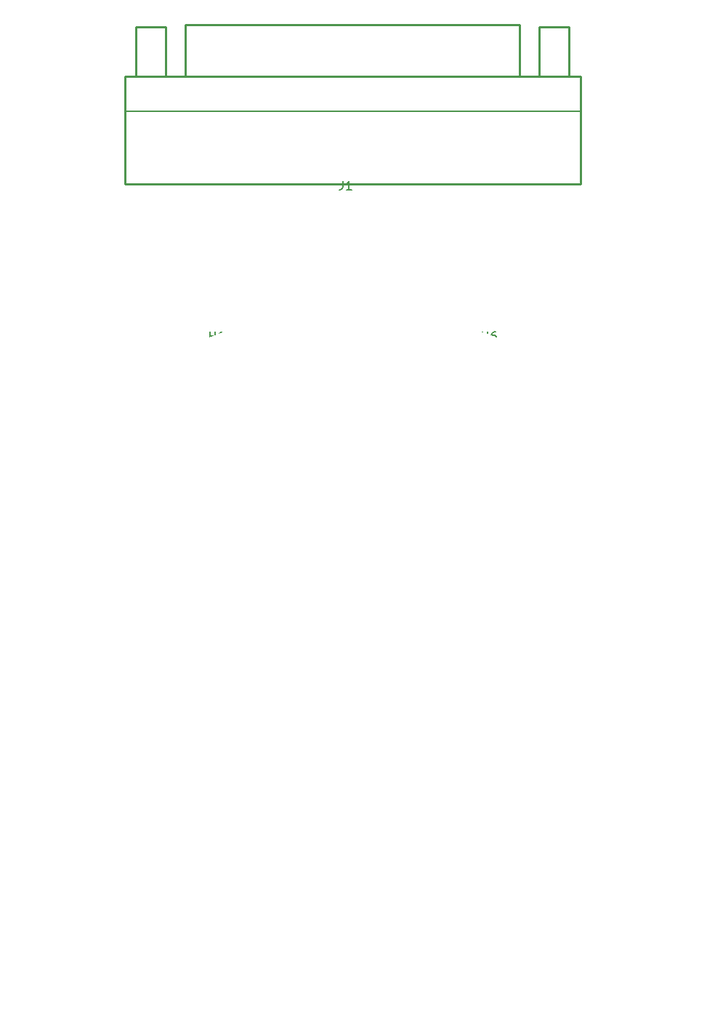
<source format=gbr>
%TF.GenerationSoftware,KiCad,Pcbnew,7.0.2*%
%TF.CreationDate,2023-11-03T12:42:45-06:00*%
%TF.ProjectId,KF50_DB25_PinHeader,4b463530-5f44-4423-9235-5f50696e4865,rev?*%
%TF.SameCoordinates,Original*%
%TF.FileFunction,Legend,Top*%
%TF.FilePolarity,Positive*%
%FSLAX46Y46*%
G04 Gerber Fmt 4.6, Leading zero omitted, Abs format (unit mm)*
G04 Created by KiCad (PCBNEW 7.0.2) date 2023-11-03 12:42:45*
%MOMM*%
%LPD*%
G01*
G04 APERTURE LIST*
%ADD10C,0.200000*%
%ADD11C,0.150000*%
%ADD12C,0.254000*%
%ADD13C,22.000000*%
%ADD14C,10.000000*%
%ADD15O,1.700000X1.700000*%
%ADD16R,1.700000X1.700000*%
%ADD17C,5.000000*%
%ADD18C,1.800000*%
%ADD19R,1.800000X1.800000*%
G04 APERTURE END LIST*
D10*
X-26500000Y70520000D02*
X26500000Y70520000D01*
D11*
%TO.C,H8*%
X37579096Y21418742D02*
X37579096Y22418742D01*
X37579096Y21942552D02*
X38150524Y21942552D01*
X38150524Y21418742D02*
X38150524Y22418742D01*
X38769572Y21990171D02*
X38674334Y22037790D01*
X38674334Y22037790D02*
X38626715Y22085409D01*
X38626715Y22085409D02*
X38579096Y22180647D01*
X38579096Y22180647D02*
X38579096Y22228266D01*
X38579096Y22228266D02*
X38626715Y22323504D01*
X38626715Y22323504D02*
X38674334Y22371123D01*
X38674334Y22371123D02*
X38769572Y22418742D01*
X38769572Y22418742D02*
X38960048Y22418742D01*
X38960048Y22418742D02*
X39055286Y22371123D01*
X39055286Y22371123D02*
X39102905Y22323504D01*
X39102905Y22323504D02*
X39150524Y22228266D01*
X39150524Y22228266D02*
X39150524Y22180647D01*
X39150524Y22180647D02*
X39102905Y22085409D01*
X39102905Y22085409D02*
X39055286Y22037790D01*
X39055286Y22037790D02*
X38960048Y21990171D01*
X38960048Y21990171D02*
X38769572Y21990171D01*
X38769572Y21990171D02*
X38674334Y21942552D01*
X38674334Y21942552D02*
X38626715Y21894933D01*
X38626715Y21894933D02*
X38579096Y21799695D01*
X38579096Y21799695D02*
X38579096Y21609219D01*
X38579096Y21609219D02*
X38626715Y21513981D01*
X38626715Y21513981D02*
X38674334Y21466362D01*
X38674334Y21466362D02*
X38769572Y21418742D01*
X38769572Y21418742D02*
X38960048Y21418742D01*
X38960048Y21418742D02*
X39055286Y21466362D01*
X39055286Y21466362D02*
X39102905Y21513981D01*
X39102905Y21513981D02*
X39150524Y21609219D01*
X39150524Y21609219D02*
X39150524Y21799695D01*
X39150524Y21799695D02*
X39102905Y21894933D01*
X39102905Y21894933D02*
X39055286Y21942552D01*
X39055286Y21942552D02*
X38960048Y21990171D01*
%TO.C,H7*%
X37579096Y-10343981D02*
X37579096Y-9343981D01*
X37579096Y-9820171D02*
X38150524Y-9820171D01*
X38150524Y-10343981D02*
X38150524Y-9343981D01*
X38531477Y-9343981D02*
X39198143Y-9343981D01*
X39198143Y-9343981D02*
X38769572Y-10343981D01*
%TO.C,J1*%
X-1190476Y62410380D02*
X-1190476Y61696095D01*
X-1190476Y61696095D02*
X-1238095Y61553238D01*
X-1238095Y61553238D02*
X-1333333Y61458000D01*
X-1333333Y61458000D02*
X-1476190Y61410380D01*
X-1476190Y61410380D02*
X-1571428Y61410380D01*
X-190476Y61410380D02*
X-761904Y61410380D01*
X-476190Y61410380D02*
X-476190Y62410380D01*
X-476190Y62410380D02*
X-571428Y62267523D01*
X-571428Y62267523D02*
X-666666Y62172285D01*
X-666666Y62172285D02*
X-761904Y62124666D01*
%TO.C,H6*%
X15119457Y43878381D02*
X15119457Y44878381D01*
X15119457Y44402191D02*
X15690885Y44402191D01*
X15690885Y43878381D02*
X15690885Y44878381D01*
X16595647Y44878381D02*
X16405171Y44878381D01*
X16405171Y44878381D02*
X16309933Y44830762D01*
X16309933Y44830762D02*
X16262314Y44783143D01*
X16262314Y44783143D02*
X16167076Y44640286D01*
X16167076Y44640286D02*
X16119457Y44449810D01*
X16119457Y44449810D02*
X16119457Y44068858D01*
X16119457Y44068858D02*
X16167076Y43973620D01*
X16167076Y43973620D02*
X16214695Y43926001D01*
X16214695Y43926001D02*
X16309933Y43878381D01*
X16309933Y43878381D02*
X16500409Y43878381D01*
X16500409Y43878381D02*
X16595647Y43926001D01*
X16595647Y43926001D02*
X16643266Y43973620D01*
X16643266Y43973620D02*
X16690885Y44068858D01*
X16690885Y44068858D02*
X16690885Y44306953D01*
X16690885Y44306953D02*
X16643266Y44402191D01*
X16643266Y44402191D02*
X16595647Y44449810D01*
X16595647Y44449810D02*
X16500409Y44497429D01*
X16500409Y44497429D02*
X16309933Y44497429D01*
X16309933Y44497429D02*
X16214695Y44449810D01*
X16214695Y44449810D02*
X16167076Y44402191D01*
X16167076Y44402191D02*
X16119457Y44306953D01*
%TO.C,H5*%
X-16643266Y-32803620D02*
X-16643266Y-31803620D01*
X-16643266Y-32279810D02*
X-16071838Y-32279810D01*
X-16071838Y-32803620D02*
X-16071838Y-31803620D01*
X-15119457Y-31803620D02*
X-15595647Y-31803620D01*
X-15595647Y-31803620D02*
X-15643266Y-32279810D01*
X-15643266Y-32279810D02*
X-15595647Y-32232191D01*
X-15595647Y-32232191D02*
X-15500409Y-32184572D01*
X-15500409Y-32184572D02*
X-15262314Y-32184572D01*
X-15262314Y-32184572D02*
X-15167076Y-32232191D01*
X-15167076Y-32232191D02*
X-15119457Y-32279810D01*
X-15119457Y-32279810D02*
X-15071838Y-32375048D01*
X-15071838Y-32375048D02*
X-15071838Y-32613143D01*
X-15071838Y-32613143D02*
X-15119457Y-32708381D01*
X-15119457Y-32708381D02*
X-15167076Y-32756001D01*
X-15167076Y-32756001D02*
X-15262314Y-32803620D01*
X-15262314Y-32803620D02*
X-15500409Y-32803620D01*
X-15500409Y-32803620D02*
X-15595647Y-32756001D01*
X-15595647Y-32756001D02*
X-15643266Y-32708381D01*
%TO.C,H4*%
X15119457Y-32803620D02*
X15119457Y-31803620D01*
X15119457Y-32279810D02*
X15690885Y-32279810D01*
X15690885Y-32803620D02*
X15690885Y-31803620D01*
X16595647Y-32136953D02*
X16595647Y-32803620D01*
X16357552Y-31756001D02*
X16119457Y-32470286D01*
X16119457Y-32470286D02*
X16738504Y-32470286D01*
%TO.C,H3*%
X-39102905Y-10343981D02*
X-39102905Y-9343981D01*
X-39102905Y-9820171D02*
X-38531477Y-9820171D01*
X-38531477Y-10343981D02*
X-38531477Y-9343981D01*
X-38150524Y-9343981D02*
X-37531477Y-9343981D01*
X-37531477Y-9343981D02*
X-37864810Y-9724933D01*
X-37864810Y-9724933D02*
X-37721953Y-9724933D01*
X-37721953Y-9724933D02*
X-37626715Y-9772552D01*
X-37626715Y-9772552D02*
X-37579096Y-9820171D01*
X-37579096Y-9820171D02*
X-37531477Y-9915409D01*
X-37531477Y-9915409D02*
X-37531477Y-10153504D01*
X-37531477Y-10153504D02*
X-37579096Y-10248742D01*
X-37579096Y-10248742D02*
X-37626715Y-10296362D01*
X-37626715Y-10296362D02*
X-37721953Y-10343981D01*
X-37721953Y-10343981D02*
X-38007667Y-10343981D01*
X-38007667Y-10343981D02*
X-38102905Y-10296362D01*
X-38102905Y-10296362D02*
X-38150524Y-10248742D01*
%TO.C,H2*%
X-39102905Y21418742D02*
X-39102905Y22418742D01*
X-39102905Y21942552D02*
X-38531477Y21942552D01*
X-38531477Y21418742D02*
X-38531477Y22418742D01*
X-38102905Y22323504D02*
X-38055286Y22371123D01*
X-38055286Y22371123D02*
X-37960048Y22418742D01*
X-37960048Y22418742D02*
X-37721953Y22418742D01*
X-37721953Y22418742D02*
X-37626715Y22371123D01*
X-37626715Y22371123D02*
X-37579096Y22323504D01*
X-37579096Y22323504D02*
X-37531477Y22228266D01*
X-37531477Y22228266D02*
X-37531477Y22133028D01*
X-37531477Y22133028D02*
X-37579096Y21990171D01*
X-37579096Y21990171D02*
X-38150524Y21418742D01*
X-38150524Y21418742D02*
X-37531477Y21418742D01*
%TO.C,H1*%
X-16643266Y43878381D02*
X-16643266Y44878381D01*
X-16643266Y44402191D02*
X-16071838Y44402191D01*
X-16071838Y43878381D02*
X-16071838Y44878381D01*
X-15071838Y43878381D02*
X-15643266Y43878381D01*
X-15357552Y43878381D02*
X-15357552Y44878381D01*
X-15357552Y44878381D02*
X-15452790Y44735524D01*
X-15452790Y44735524D02*
X-15548028Y44640286D01*
X-15548028Y44640286D02*
X-15643266Y44592667D01*
D12*
%TO.C,J1*%
X-26550000Y62030000D02*
X26536000Y62030000D01*
X-26543000Y74605000D02*
X-26543000Y62159000D01*
X-26543000Y65080000D02*
X-26550000Y62030000D01*
X-25273000Y80320000D02*
X-21844000Y80320000D01*
X-25273000Y74605000D02*
X-25273000Y80320000D01*
X-21844000Y80320000D02*
X-21844000Y74605000D01*
X-19558000Y80574000D02*
X19431000Y80574000D01*
X-19558000Y74605000D02*
X-19558000Y80574000D01*
X19431000Y80574000D02*
X19431000Y74732000D01*
X21717000Y80320000D02*
X21717000Y74605000D01*
X25146000Y80320000D02*
X21717000Y80320000D01*
X25146000Y74605000D02*
X25146000Y80320000D01*
X26540000Y62030000D02*
X26543000Y74605000D01*
X26543000Y74605000D02*
X-26543000Y74605000D01*
%TD*%
%LPC*%
D13*
X36323279Y0D02*
G75*
G03*
X36323279Y0I-36323279J0D01*
G01*
D14*
%TO.C,H8*%
X38341001Y15881362D03*
%TD*%
%TO.C,H7*%
X38341001Y-15881362D03*
%TD*%
D15*
%TO.C,J8*%
X-15000000Y-40000D03*
D16*
X-15000000Y2500000D03*
%TD*%
D15*
%TO.C,J7*%
X-10400000Y-40000D03*
D16*
X-10400000Y2500000D03*
%TD*%
D15*
%TO.C,J6*%
X-5800000Y-5120000D03*
X-5800000Y-2580000D03*
X-5800000Y-40000D03*
D16*
X-5800000Y2500000D03*
%TD*%
D15*
%TO.C,J5*%
X-1200000Y-5120000D03*
X-1200000Y-2580000D03*
X-1200000Y-40000D03*
D16*
X-1200000Y2500000D03*
%TD*%
D15*
%TO.C,J4*%
X3400000Y-5120000D03*
X3400000Y-2580000D03*
X3400000Y-40000D03*
D16*
X3400000Y2500000D03*
%TD*%
D15*
%TO.C,J3*%
X8000000Y-5120000D03*
X8000000Y-2580000D03*
X8000000Y-40000D03*
D16*
X8000000Y2500000D03*
%TD*%
D15*
%TO.C,J2*%
X12600000Y-5120000D03*
X12600000Y-2580000D03*
X12600000Y-40000D03*
D16*
X12600000Y2500000D03*
%TD*%
D17*
%TO.C,J1*%
X-23520000Y65080000D03*
X23520000Y65080000D03*
D18*
X-15235000Y66500000D03*
X-12465000Y66500000D03*
X-9695000Y66500000D03*
X-6925000Y66500000D03*
X-4155000Y66500000D03*
X-1385000Y66500000D03*
X1385000Y66500000D03*
X4155000Y66500000D03*
X6925000Y66500000D03*
X9695000Y66500000D03*
X12465000Y66500000D03*
X15235000Y66500000D03*
X-16620000Y63660000D03*
X-13850000Y63660000D03*
X-11080000Y63660000D03*
X-8310000Y63660000D03*
X-5540000Y63660000D03*
X-2770000Y63660000D03*
X0Y63660000D03*
X2770000Y63660000D03*
X5540000Y63660000D03*
X8310000Y63660000D03*
X11080000Y63660000D03*
X13850000Y63660000D03*
D19*
X16620000Y63660000D03*
%TD*%
D14*
%TO.C,H6*%
X15881362Y38341001D03*
%TD*%
%TO.C,H5*%
X-15881362Y-38341001D03*
%TD*%
%TO.C,H4*%
X15881362Y-38341001D03*
%TD*%
%TO.C,H3*%
X-38341001Y-15881362D03*
%TD*%
%TO.C,H2*%
X-38341001Y15881362D03*
%TD*%
%TO.C,H1*%
X-15881362Y38341001D03*
%TD*%
%LPD*%
M02*

</source>
